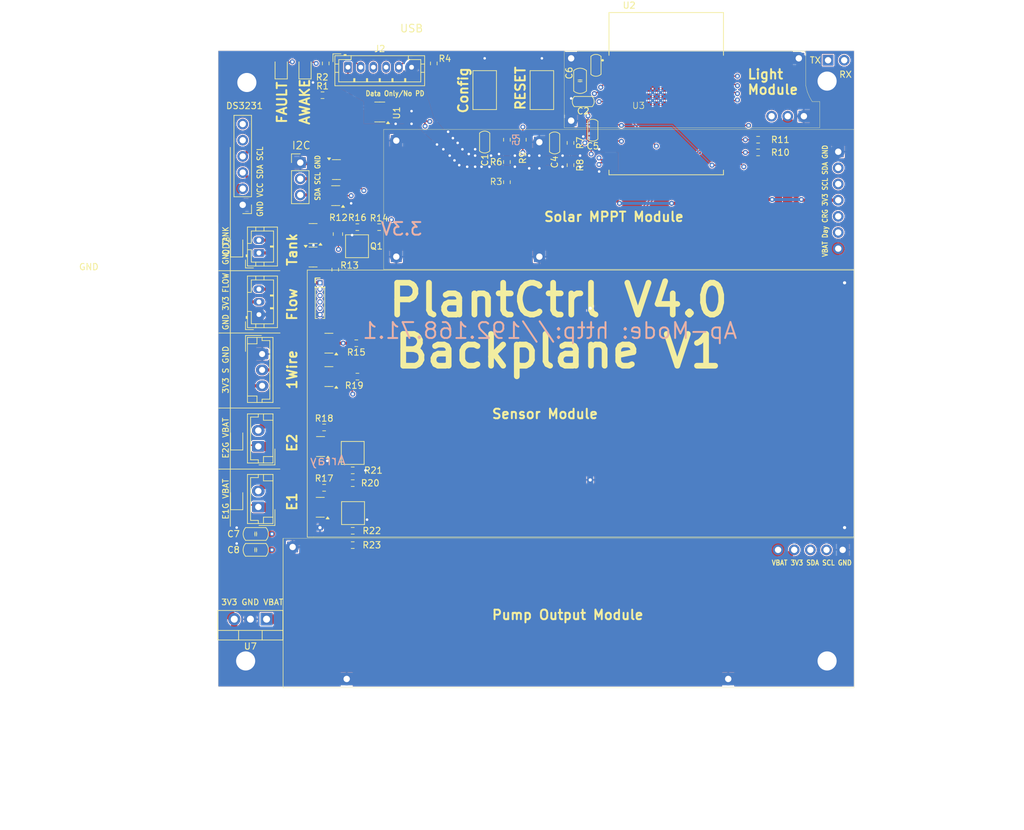
<source format=kicad_pcb>
(kicad_pcb
	(version 20241229)
	(generator "pcbnew")
	(generator_version "9.0")
	(general
		(thickness 1.6)
		(legacy_teardrops no)
	)
	(paper "A4")
	(layers
		(0 "F.Cu" signal)
		(4 "In1.Cu" signal)
		(6 "In2.Cu" signal)
		(2 "B.Cu" signal)
		(9 "F.Adhes" user "F.Adhesive")
		(11 "B.Adhes" user "B.Adhesive")
		(13 "F.Paste" user)
		(15 "B.Paste" user)
		(5 "F.SilkS" user "F.Silkscreen")
		(7 "B.SilkS" user "B.Silkscreen")
		(1 "F.Mask" user)
		(3 "B.Mask" user)
		(17 "Dwgs.User" user "User.Drawings")
		(19 "Cmts.User" user "User.Comments")
		(21 "Eco1.User" user "User.Eco1")
		(23 "Eco2.User" user "User.Eco2")
		(25 "Edge.Cuts" user)
		(27 "Margin" user)
		(31 "F.CrtYd" user "F.Courtyard")
		(29 "B.CrtYd" user "B.Courtyard")
		(35 "F.Fab" user)
		(33 "B.Fab" user)
	)
	(setup
		(stackup
			(layer "F.SilkS"
				(type "Top Silk Screen")
			)
			(layer "F.Paste"
				(type "Top Solder Paste")
			)
			(layer "F.Mask"
				(type "Top Solder Mask")
				(thickness 0.01)
			)
			(layer "F.Cu"
				(type "copper")
				(thickness 0.035)
			)
			(layer "dielectric 1"
				(type "prepreg")
				(thickness 0.1)
				(material "FR4")
				(epsilon_r 4.5)
				(loss_tangent 0.02)
			)
			(layer "In1.Cu"
				(type "copper")
				(thickness 0.035)
			)
			(layer "dielectric 2"
				(type "core")
				(thickness 1.24)
				(material "FR4")
				(epsilon_r 4.5)
				(loss_tangent 0.02)
			)
			(layer "In2.Cu"
				(type "copper")
				(thickness 0.035)
			)
			(layer "dielectric 3"
				(type "prepreg")
				(thickness 0.1)
				(material "FR4")
				(epsilon_r 4.5)
				(loss_tangent 0.02)
			)
			(layer "B.Cu"
				(type "copper")
				(thickness 0.035)
			)
			(layer "B.Mask"
				(type "Bottom Solder Mask")
				(thickness 0.01)
			)
			(layer "B.Paste"
				(type "Bottom Solder Paste")
			)
			(layer "B.SilkS"
				(type "Bottom Silk Screen")
			)
			(copper_finish "HAL lead-free")
			(dielectric_constraints no)
		)
		(pad_to_mask_clearance 0.05)
		(allow_soldermask_bridges_in_footprints no)
		(tenting front back)
		(aux_axis_origin 68.58 26.67)
		(grid_origin 68.58 26.67)
		(pcbplotparams
			(layerselection 0x00000000_00000000_5555555f_ffffffff)
			(plot_on_all_layers_selection 0x00000000_00000000_00000000_00000000)
			(disableapertmacros no)
			(usegerberextensions no)
			(usegerberattributes no)
			(usegerberadvancedattributes no)
			(creategerberjobfile no)
			(dashed_line_dash_ratio 12.000000)
			(dashed_line_gap_ratio 3.000000)
			(svgprecision 4)
			(plotframeref no)
			(mode 1)
			(useauxorigin no)
			(hpglpennumber 1)
			(hpglpenspeed 20)
			(hpglpendiameter 15.000000)
			(pdf_front_fp_property_popups yes)
			(pdf_back_fp_property_popups yes)
			(pdf_metadata yes)
			(pdf_single_document no)
			(dxfpolygonmode yes)
			(dxfimperialunits yes)
			(dxfusepcbnewfont yes)
			(psnegative no)
			(psa4output no)
			(plot_black_and_white yes)
			(sketchpadsonfab no)
			(plotpadnumbers no)
			(hidednponfab no)
			(sketchdnponfab yes)
			(crossoutdnponfab yes)
			(subtractmaskfromsilk no)
			(outputformat 1)
			(mirror no)
			(drillshape 0)
			(scaleselection 1)
			(outputdirectory "gerber/")
		)
	)
	(net 0 "")
	(net 1 "EN")
	(net 2 "VBAT")
	(net 3 "GND")
	(net 4 "3_3V")
	(net 5 "Temp")
	(net 6 "Net-(C4-Pad2)")
	(net 7 "PUMP_ENABLE")
	(net 8 "TANK_SENSOR")
	(net 9 "Charge")
	(net 10 "Net-(Q1-G)")
	(net 11 "ESP_RX")
	(net 12 "ESP_TX")
	(net 13 "Net-(Boot1-Pad2)")
	(net 14 "SDA")
	(net 15 "SCL")
	(net 16 "Net-(CD1-A)")
	(net 17 "Net-(D2-K)")
	(net 18 "CD_Probe")
	(net 19 "IsDay")
	(net 20 "LED_ENABLE")
	(net 21 "WORKING")
	(net 22 "ENABLE_TANK")
	(net 23 "USB_D-")
	(net 24 "FLOW")
	(net 25 "USB_D+")
	(net 26 "BOOT_SEL")
	(net 27 "WARN_LED")
	(net 28 "SQW")
	(net 29 "32K")
	(net 30 "USB_BUS")
	(net 31 "Net-(R3-Pad1)")
	(net 32 "unconnected-(U1-I{slash}O2-Pad4)")
	(net 33 "unconnected-(U1-I{slash}O1-Pad6)")
	(net 34 "Net-(J4-Pin_1)")
	(net 35 "Net-(D8-K)")
	(net 36 "Net-(D8-A)")
	(net 37 "Net-(D10-K)")
	(net 38 "Net-(D10-A)")
	(net 39 "Net-(J2-Pin_5)")
	(net 40 "Net-(Q2-G)")
	(net 41 "Net-(J2-Pin_2)")
	(net 42 "unconnected-(U2-IO8-Pad10)")
	(net 43 "unconnected-(U2-IO0-Pad8)")
	(net 44 "unconnected-(U2-NC-Pad22)")
	(net 45 "Net-(Q3-G)")
	(net 46 "EXTRA_1")
	(net 47 "EXTRA_2")
	(net 48 "Net-(CD2-K)")
	(net 49 "unconnected-(U5-VBAT-Pad2)")
	(footprint "Package_TO_SOT_SMD:SOT-23" (layer "F.Cu") (at 185.7675 101.92 180))
	(footprint "MPPT:MPPT" (layer "F.Cu") (at 232.68 48.3075))
	(footprint "Button_Switch_SMD:SW_SPST_CK_RS282G05A3" (layer "F.Cu") (at 220.58 45.87 -90))
	(footprint "PumpOut:PumpModule" (layer "F.Cu") (at 219.88 111.47))
	(footprint "Connector_JST:JST_EH_B2B-EH-A_1x02_P2.50mm_Vertical" (layer "F.Cu") (at 175.98 111.42 90))
	(footprint "PCM_Capacitor_SMD_Handsoldering_AKL:C_0805_2012Metric_Pad1.18x1.45mm" (layer "F.Cu") (at 175.58 115.67 180))
	(footprint "PCM_Capacitor_SMD_Handsoldering_AKL:C_0603_1608Metric_Pad1.08x0.95mm" (layer "F.Cu") (at 229.08 41.97 -90))
	(footprint "Resistor_SMD:R_0603_1608Metric" (layer "F.Cu") (at 254.58 53.67 180))
	(footprint "PCM_Capacitor_SMD_Handsoldering_AKL:C_0603_1608Metric_Pad1.08x0.95mm" (layer "F.Cu") (at 227.08 47.67))
	(footprint "Button_Switch_SMD:SW_SPST_CK_RS282G05A3" (layer "F.Cu") (at 211.58 45.87 -90))
	(footprint "Resistor_SMD:R_0603_1608Metric" (layer "F.Cu") (at 225.08 54.17 90))
	(footprint "Connector_JST:JST_PH_B3B-PH-K_1x03_P2.00mm_Vertical" (layer "F.Cu") (at 176.08 81.17 90))
	(footprint "Connector_JST:JST_EH_B3B-EH-A_1x03_P2.50mm_Vertical" (layer "F.Cu") (at 176.58 87.37 -90))
	(footprint "Resistor_SMD:R_0603_1608Metric" (layer "F.Cu") (at 191.555 67.42 180))
	(footprint "Resistor_SMD:R_0603_1608Metric" (layer "F.Cu") (at 190.83 115.17))
	(footprint "Package_TO_SOT_SMD:SOT-23" (layer "F.Cu") (at 187.08 85.67 180))
	(footprint "LED_SMD:LED_0805_2012Metric" (layer "F.Cu") (at 179.58 42.42 90))
	(footprint "Package_TO_SOT_SMD:SOT-23" (layer "F.Cu") (at 184.5925 68.42 180))
	(footprint "Resistor_SMD:R_0603_1608Metric" (layer "F.Cu") (at 217.58 53.67 -90))
	(footprint "Connector_PinHeader_2.54mm:PinHeader_1x06_P2.54mm_Vertical" (layer "F.Cu") (at 173.53 63.91 180))
	(footprint "LED_SMD:LED_0805_2012Metric" (layer "F.Cu") (at 172.58 110.17 90))
	(footprint "Resistor_SMD:R_0603_1608Metric" (layer "F.Cu") (at 186.58 41.67 -90))
	(footprint "Package_TO_SOT_SMD:SOT-23-6" (layer "F.Cu") (at 195.08 49.3075 180))
	(footprint "Package_TO_SOT_SMD:SOT-23" (layer "F.Cu") (at 187.08 90.92 180))
	(footprint "PCM_Capacitor_SMD_Handsoldering_AKL:C_0805_2012Metric_Pad1.18x1.45mm" (layer "F.Cu") (at 175.58 118.17 180))
	(footprint "Resistor_SMD:R_0603_1608Metric" (layer "F.Cu") (at 215.08 60.345 -90))
	(footprint "Resistor_SMD:R_0603_1608Metric" (layer "F.Cu") (at 194.98 67.42))
	(footprint "PCM_Capacitor_SMD_Handsoldering_AKL:C_0603_1608Metric_Pad1.08x0.95mm" (layer "F.Cu") (at 211.58 54.0325 90))
	(footprint "Package_TO_SOT_SMD:SOT-23" (layer "F.Cu") (at 188.2675 58.37))
	(footprint "Resistor_SMD:R_0603_1608Metric" (layer "F.Cu") (at 191.5675 90.92))
	(footprint "PCM_Capacitor_SMD_Handsoldering_AKL:C_0805_2012Metric_Pad1.18x1.45mm" (layer "F.Cu") (at 226.58 44.4075 90))
	(footprint "Resistor_SMD:R_0603_1608Metric" (layer "F.Cu") (at 190.83 105.67))
	(footprint "Modules:LightPower" (layer "F.Cu") (at 243.18 45.67))
	(footprint "PCM_Package_TO_SOT_SMD_AKL:SOT-23"
		(layer "F.Cu")
		(uuid "6fb21888-6d4c-4e98-920e-89709a67d614")
		(at 190.83 102.92 90)
		(descr "SOT-23, Standard, Alternate KiCad Library")
		(tags "SOT-23")
		(property "Reference" "Q3"
			(at 0 -2.5 90)
			(layer "F.SilkS")
			(hide yes)
			(uuid "0e2aeb5d-a11c-45dd-99c8-94d4107fcf47")
			(effects
				(font
					(size 1 1)
					(thickness 0.15)
				)
			)
		)
		(property "Value" "N-channel 30V 5A"
			(at 0 2.5 90)
			(layer "F.Fab")
			(hide yes)
			(uuid "348e7418-2f78-44d7-a1d3-7fd68d338e4e")
			(effects
				(font
					(size 1 1)
					(thickness 0.15)
				)
			)
		)
		(property "Datasheet" ""
			(at 0 0 90)
			(layer "F.Fab")
			(hide yes)
			(uuid "16295c85-23fb-4085-a495-3e5c66ae831f")
			(effects
				(font
					(size 1.27 1.27)
					(thickness 0.15)
				)
			)
		)
		(property "Description" ""
			(at 0 0 90)
			(layer "F.Fab")
			(hide yes)
			(uuid "c9491bd4-4f7a-43f6-98f0-dfb36b8034ca")
			(effects
				(font
					(size 1.27 1.27)
					(thickness 0.15)
				)
			)
		)
		(property "LCSC_PART_NUMBER" "C5364313"
			(at 0 0 90)
			(unlocked yes)
			(layer "F.Fab")
			(hide yes)
			(uuid "d823f3f1-df53-4127-9351-da04afcfd9d4")
			(effects
				(font
					(size 1 1)
					(thickness 0.15)
				)
			)
		)
		(property "LCSC" ""
			(at 0 0 90)
			(unlocked yes)
			(layer "F.Fab")
			(hide yes)
			(uuid "fcc478ea-4689-4c11-bf10-5fda57085541")
			(effects
				(font
					(size 1 1)
					(thickness 0.15)
				)
			)
		)
		(property "Sim.Device" ""
			(at 0 0 90)
			(unlocked yes)
			(layer "F.Fab")
			(hide yes)
			(uuid "682487d9-e5c1-4546-8065-9576ca62c2ce")
			(effects
				(font
					(size 1 1)
					(thickness 0.15)
				)
			)
		)
		(property "Sim.Pins" ""
			(at 0 0 90)
			(unlocked yes)
			(layer "F.Fab")
			(hide yes)
			(uuid "1cdda491-477a-4ce8-b6a9-50dcd80d91f2")
			(effects
				(font
					(size 1 1)
					(thickness 0.15)
				)
			)
		)
		(property "Sim.Type" ""
			(at 0 0 90)
			(unlocked yes)
			(layer "F.Fab")
			(hide yes)
			(uuid "16519ba9-3a36-4525-b2d1-2f3ded7ad1b0")
			(effects
				(font
					(size 1 1)
					(thickness 0.15)
				)
			)
		)
		(path "/63501da7-4e8a-4e8f-bc63-8b2c9f634381")
		(sheetname "/")
		(sheetfile "PlantCtrlESP32.kicad_sch")
		(attr smd)
		(fp_line
			(start 1.8 -1.8)
			(end -1.8 -1.8)
			(stroke
				(width 0.12)
				(type solid)
			)
			(layer "F.SilkS")
			(uuid
... [4047867 chars truncated]
</source>
